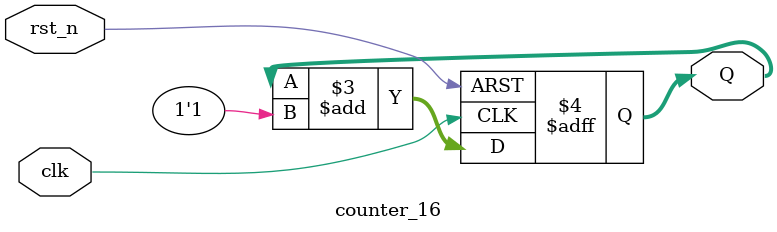
<source format=v>
module counter_16 (
	input clk,    // Clock
	input rst_n,  // Asynchronous reset active low
	
	output reg [3:0] Q
);
	always @(posedge clk or negedge rst_n) begin
		if (rst_n == 1'b0) begin
			Q <= 4'b0000 ;
		end
		else begin
			Q <= Q + 1'b1 ;
		end
	end

endmodule
</source>
